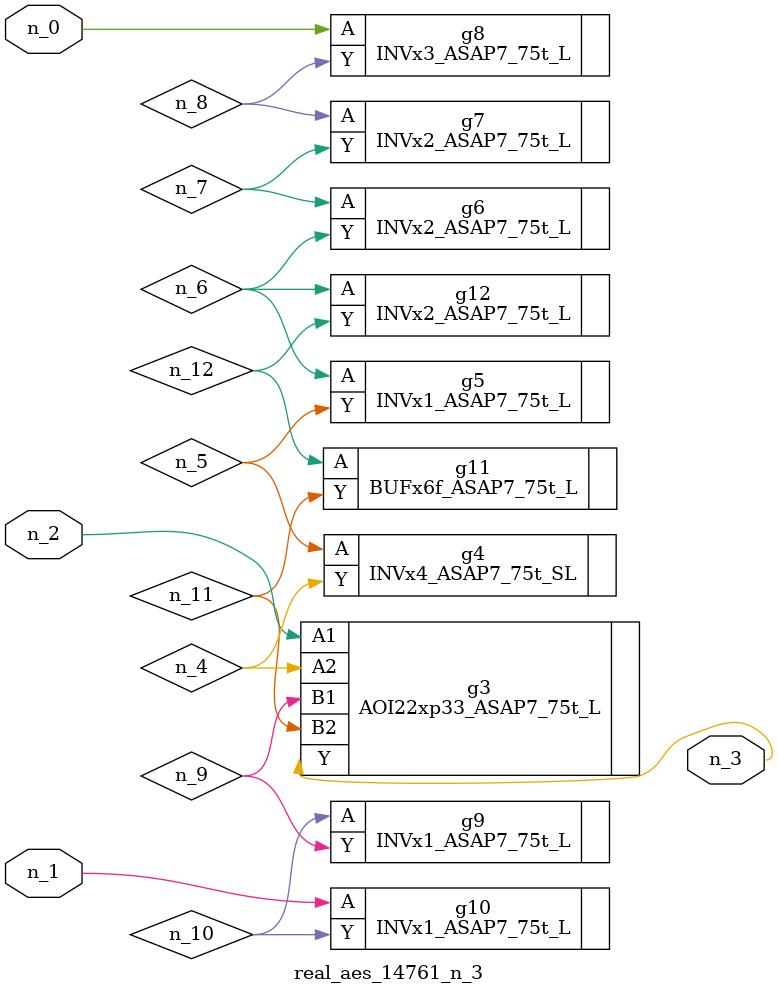
<source format=v>
module real_aes_14761_n_3 (n_0, n_2, n_1, n_3);
input n_0;
input n_2;
input n_1;
output n_3;
wire n_4;
wire n_5;
wire n_7;
wire n_9;
wire n_6;
wire n_8;
wire n_12;
wire n_10;
wire n_11;
INVx3_ASAP7_75t_L g8 ( .A(n_0), .Y(n_8) );
INVx1_ASAP7_75t_L g10 ( .A(n_1), .Y(n_10) );
AOI22xp33_ASAP7_75t_L g3 ( .A1(n_2), .A2(n_4), .B1(n_9), .B2(n_11), .Y(n_3) );
INVx4_ASAP7_75t_SL g4 ( .A(n_5), .Y(n_4) );
INVx1_ASAP7_75t_L g5 ( .A(n_6), .Y(n_5) );
INVx2_ASAP7_75t_L g12 ( .A(n_6), .Y(n_12) );
INVx2_ASAP7_75t_L g6 ( .A(n_7), .Y(n_6) );
INVx2_ASAP7_75t_L g7 ( .A(n_8), .Y(n_7) );
INVx1_ASAP7_75t_L g9 ( .A(n_10), .Y(n_9) );
BUFx6f_ASAP7_75t_L g11 ( .A(n_12), .Y(n_11) );
endmodule
</source>
